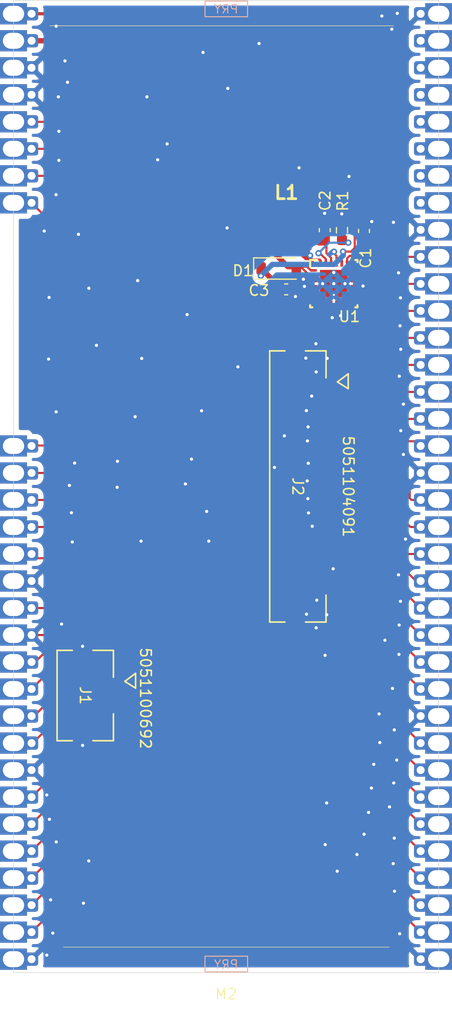
<source format=kicad_pcb>
(kicad_pcb (version 20241229) (generator "pcbnew") (generator_version "9.0")
  (layers (0 "F.Cu" signal) (4 "In1.Cu" signal) (6 "In2.Cu" signal) (2 "B.Cu" signal) (13 "F.Paste" user) (15 "B.Paste" user) (5 "F.SilkS" user "F.Silkscreen") (7 "B.SilkS" user "B.Silkscreen") (1 "F.Mask" user) (3 "B.Mask" user) (25 "Edge.Cuts" user))
  (net 0 "")
  (net 1 "CPT_SCL")
  (net 2 "GND")
  (net 3 "CPT_SDA")
  (net 4 "CPT_WAKE")
  (net 5 "CTP_GND")
  (net 6 "CPT_VDD")
  (net 7 "CTP_INT")
  (net 8 "GREEN3")
  (net 9 "RESIST_YD")
  (net 10 "BLUE0")
  (net 11 "GREEN7")
  (net 12 "BLUE6")
  (net 13 "GREEN5")
  (net 14 "RED4")
  (net 15 "BLUE7")
  (net 16 "PIN35")
  (net 17 "GREEN0")
  (net 18 "GREEN1")
  (net 19 "RED6")
  (net 20 "RED0")
  (net 21 "LEDA")
  (net 22 "LCD_3V3")
  (net 23 "RED7")
  (net 24 "BLUE3")
  (net 25 "RESIST_XR")
  (net 26 "GREEN6")
  (net 27 "LEDK")
  (net 28 "BLUE5")
  (net 29 "RED3")
  (net 30 "DATA_ENABLE")
  (net 31 "DISP_ON_OFF")
  (net 32 "RED2")
  (net 33 "RED5")
  (net 34 "RESIST_YU")
  (net 35 "BLUE4")
  (net 36 "GREEN2")
  (net 37 "VSYNC")
  (net 38 "BLUE2")
  (net 39 "RED1")
  (net 40 "GREEN4")
  (net 41 "HSYNC")
  (net 42 "DCLK")
  (net 43 "RESIST_XL")
  (net 44 "BLUE1")
  (net 45 "/VLDO")
  (net 47 "BL_3V3")
  (net 48 "BL_SCL")
  (net 49 "/SW")
  (net 50 "/ISET")
  (net 54 "BL_SDA")
  (net 55 "VBAT")
  (net 57 "BL_PWM")
  (footprint "MegaCastle:MegaCastle2x36-Module-I40.0x86.6-MFFFFFFFFFFFFFF-SPAREPAD" (layer "F.Cu") (at 108.4 95.89)
    (property "Reference" "M2")
    (property "Value" "~")
    (fp_line (start -20 -45.720001) (end -20 45.720001) (stroke (width 0.05)) (layer "Edge.Cuts"))
    (fp_line (start -20 -45.720001) (end 20 -45.720001) (stroke (width 0.05)) (layer "Edge.Cuts"))
    (fp_line (start -20 45.720001) (end 20 45.720001) (stroke (width 0.05)) (layer "Edge.Cuts"))
    (fp_line (start 20 -45.720001) (end 20 45.720001) (stroke (width 0.05)) (layer "Edge.Cuts"))
  )
  (footprint "Diode_SMD:D_SOD-123" (layer "F.Cu") (at 113.349998 75.395001)
    (property "Reference" "D1")
    (property "Value" "STPS340U" (hide yes))
  )
  (footprint "Resistor_SMD:R_0603_1608Metric_Pad0.98x0.95mm_HandSolder" (layer "F.Cu") (at 119.299998 71.795001 -90)
    (property "Reference" "R1")
    (property "Value" "30K" (hide yes))
  )
  (footprint "Capacitor_SMD:C_0603_1608Metric_Pad1.08x0.95mm_HandSolder" (layer "F.Cu") (at 117.679998 71.785001 -90)
    (property "Reference" "C2")
    (property "Value" "2.2uF" (hide yes))
  )
  (footprint "lcd-panel:SDR0403" (layer "F.Cu") (at 113.889998 71.385001 -90)
    (property "Reference" "L1")
    (property "Value" "SDR0403-4R7ML" (hide yes))
  )
  (footprint "lcd-panel:RTW0024A" (layer "F.Cu") (at 118.529997 76.820001)
    (property "Reference" "U1")
    (property "Value" "LP8556SQ-E09/NOPB" (hide yes))
  )
  (footprint "lcd-panel:CON_5051104091_MOL" (layer "F.Cu") (at 115.15 95.89 -90)
    (property "Reference" "J2")
    (property "Value" "5051104091" (hide yes))
  )
  (footprint "Capacitor_SMD:C_0603_1608Metric_Pad1.08x0.95mm_HandSolder" (layer "F.Cu") (at 114.049998 77.355001)
    (property "Reference" "C3")
    (property "Value" "4.7uF" (hide yes))
  )
  (footprint "lcd-panel:CON_5051100692_MOL" (layer "F.Cu") (at 95.149999 115.549998 -90)
    (property "Reference" "J1")
    (property "Value" "5051100692" (hide yes))
  )
  (footprint "Capacitor_SMD:C_0603_1608Metric_Pad1.08x0.95mm_HandSolder" (layer "F.Cu") (at 121.37 71.86 -90)
    (property "Reference" "C1")
    (property "Value" "10uF" (hide yes))
  )
  (segment (start 91.85 123.35) (end 90.1 125.1) (width 0.2) (layer "F.Cu") (net 1))
  (segment (start 95.090002 114.299998) (end 91.85 117.54) (width 0.2) (layer "F.Cu") (net 1))
  (segment (start 91.85 117.54) (end 91.85 123.35) (width 0.2) (layer "F.Cu") (net 1))
  (segment (start 97.599999 114.299998) (end 95.090002 114.299998) (width 0.2) (layer "F.Cu") (net 1))
  (segment (start 116.900001 107.939981) (end 117.859981 107.939981) (width 0.2) (layer "F.Cu") (net 2))
  (segment (start 116.900001 83.840019) (end 116.900001 82.520001) (width 0.2) (layer "F.Cu") (net 2))
  (segment (start 92.02 109.86) (end 92.92 108.96) (width 0.2) (layer "F.Cu") (net 2))
  (segment (start 116.900001 107.939981) (end 116.900001 106.609999) (width 0.2) (layer "F.Cu") (net 2))
  (segment (start 116.299998 74.335001) (end 116.519998 74.555001) (width 0.2) (layer "F.Cu") (net 2))
  (segment (start 118.38 80.02) (end 118.38 79.749998) (width 0.2) (layer "F.Cu") (net 2))
  (segment (start 117.61 103.63) (end 117.6 103.64) (width 0.2) (layer "F.Cu") (net 2))
  (segment (start 117.909981 83.840019) (end 117.91 83.84) (width 0.2) (layer "F.Cu") (net 2))
  (segment (start 114.912498 78.017501) (end 114.919998 78.025001) (width 0.2) (layer "F.Cu") (net 2))
  (segment (start 116.299998 74.175001) (end 116.299998 74.335001) (width 0.2) (layer "F.Cu") (net 2))
  (segment (start 116.900001 107.939981) (end 115.999981 107.939981) (width 0.2) (layer "F.Cu") (net 2))
  (segment (start 117.689998 70.535001) (end 117.689998 70.912501) (width 0.2) (layer "F.Cu") (net 2))
  (segment (start 122.1 70.98) (end 121.5175 70.98) (width 0.2) (layer "F.Cu") (net 2))
  (segment (start 119.280001 79.709999) (end 119.16 79.83) (width 0.2) (layer "F.Cu") (net 2))
  (segment (start 118.47 103.63) (end 117.61 103.63) (width 0.2) (layer "F.Cu") (net 2))
  (segment (start 115.769998 77.075001) (end 116.229998 77.075001) (width 0.2) (layer "F.Cu") (net 2))
  (segment (start 116.7 87.14) (end 116.45 87.39) (width 0.2) (layer "F.Cu") (net 2))
  (segment (start 116.104998 76.570001) (end 116.630001 76.570001) (width 0.2) (layer "F.Cu") (net 2))
  (segment (start 117.669998 70.205001) (end 117.669998 70.515001) (width 0.2) (layer "F.Cu") (net 2))
  (segment (start 117.689998 70.912501) (end 117.679998 70.922501) (width 0.2) (layer "F.Cu") (net 2))
  (segment (start 117.199998 74.555001) (end 117.28 74.635003) (width 0.2) (layer "F.Cu") (net 2))
  (segment (start 116.900001 85.089999) (end 116.87 85.12) (width 0.2) (layer "F.Cu") (net 2))
  (segment (start 119.280001 78.72) (end 119.280001 79.709999) (width 0.2) (layer "F.Cu") (net 2))
  (segment (start 116.5 99.99) (end 116.649999 100.139999) (width 0.2) (layer "F.Cu") (net 2))
  (segment (start 115.999981 107.939981) (end 115.96 107.9) (width 0.2) (layer "F.Cu") (net 2))
  (segment (start 90.1 109.86) (end 92.02 109.86) (width 0.2) (layer "F.Cu") (net 2))
  (segment (start 119.309998 70.415001) (end 119.309998 70.872501) (width 0.2) (layer "F.Cu") (net 2))
  (segment (start 117.859981 107.939981) (end 117.87 107.95) (width 0.2) (layer "F.Cu") (net 2))
  (segment (start 118.779999 79.349999) (end 118.779999 78.72) (width 0.2) (layer "F.Cu") (net 2))
  (segment (start 119.279998 70.255001) (end 119.279998 70.385001) (width 0.2) (layer "F.Cu") (net 2))
  (segment (start 119.279998 70.385001) (end 119.309998 70.415001) (width 0.2) (layer "F.Cu") (net 2))
  (segment (start 120.429998 77.070001) (end 121.249999 77.070001) (width 0.2) (layer "F.Cu") (net 2))
  (segment (start 116.519998 74.555001) (end 117.199998 74.555001) (width 0.2) (layer "F.Cu") (net 2))
  (segment (start 118.38 79.749998) (end 118.779999 79.349999) (width 0.2) (layer "F.Cu") (net 2))
  (segment (start 116.5 99.63) (end 116.5 99.99) (width 0.2) (layer "F.Cu") (net 2))
  (segment (start 116.234998 77.070001) (end 116.630001 77.070001) (width 0.2) (layer "F.Cu") (net 2))
  (segment (start 116.900001 107.939981) (end 116.900001 109.149999) (width 0.2) (layer "F.Cu") (net 2))
  (segment (start 115.939998 76.405001) (end 116.104998 76.570001) (width 0.2) (layer "F.Cu") (net 2))
  (segment (start 115.669998 76.405001) (end 115.939998 76.405001) (width 0.2) (layer "F.Cu") (net 2))
  (segment (start 118.549998 73.964999) (end 118.779999 74.195) (width 0.2) (layer "F.Cu") (net 2))
  (segment (start 94.9 119.099996) (end 94.9 120.24) (width 0.2) (layer "F.Cu") (net 2))
  (segment (start 117.28 74.635003) (end 117.28 74.920002) (width 0.2) (layer "F.Cu") (net 2))
  (segment (start 116.900001 82.520001) (end 116.85 82.47) (width 0.2) (layer "F.Cu") (net 2))
  (segment (start 116.900001 83.840019) (end 115.920019 83.840019) (width 0.2) (layer "F.Cu") (net 2))
  (segment (start 116.229998 77.075001) (end 116.234998 77.070001) (width 0.2) (layer "F.Cu") (net 2))
  (segment (start 116.900001 109.149999) (end 116.87 109.18) (width 0.2) (layer "F.Cu") (net 2))
  (segment (start 118.779999 74.195) (end 118.779999 74.920002) (width 0.2) (layer "F.Cu") (net 2))
  (segment (start 121.249999 77.070001) (end 121.28 77.04) (width 0.2) (layer "F.Cu") (net 2))
  (segment (start 94.9 112) (end 94.9 110.92) (width 0.2) (layer "F.Cu") (net 2))
  (segment (start 121.5175 70.98) (end 121.5 70.9975) (width 0.2) (layer "F.Cu") (net 2))
  (segment (start 92.92 108.96) (end 92.92 108.83) (width 0.2) (layer "F.Cu") (net 2))
  (segment (start 116.900001 83.840019) (end 117.909981 83.840019) (width 0.2) (layer "F.Cu") (net 2))
  (segment (start 121.5 70.9975) (end 121.37 70.9975) (width 0.2) (layer "F.Cu") (net 2))
  (segment (start 117.669998 70.515001) (end 117.689998 70.535001) (width 0.2) (layer "F.Cu") (net 2))
  (segment (start 118.549998 73.815001) (end 118.549998 73.964999) (width 0.2) (layer "F.Cu") (net 2))
  (segment (start 119.309998 70.872501) (end 119.299998 70.882501) (width 0.2) (layer "F.Cu") (net 2))
  (segment (start 117.6 87.14) (end 116.7 87.14) (width 0.2) (layer "F.Cu") (net 2))
  (segment (start 116.900001 83.840019) (end 116.900001 85.089999) (width 0.2) (layer "F.Cu") (net 2))
  (segment (start 116.649999 100.139999) (end 117.6 100.139999) (width 0.2) (layer "F.Cu") (net 2))
  (segment (start 115.920019 83.840019) (end 115.9 83.82) (width 0.2) (layer "F.Cu") (net 2))
  (segment (start 116.900001 106.609999) (end 116.93 106.58) (width 0.2) (layer "F.Cu") (net 2))
  (segment (start 114.912498 77.355001) (end 114.912498 78.017501) (width 0.2) (layer "F.Cu") (net 2))
  (via (at 101.96 65.17) (size 0.6) (drill 0.3) (layers "F.Cu" "B.Cu") (net 2))
  (via (at 124.22 128.96) (size 0.6) (drill 0.3) (layers "F.Cu" "B.Cu") (net 2))
  (via (at 92.4 68.45) (size 0.6) (drill 0.3) (layers "F.Cu" "B.Cu") (net 2))
  (via (at 94.9 110.92) (size 0.6) (drill 0.3) (layers "F.Cu" "B.Cu") (net 2))
  (via (at 95.49 77.25) (size 0.6) (drill 0.3) (layers "F.Cu" "B.Cu") (net 2))
  (via (at 116.93 106.58) (size 0.6) (drill 0.3) (layers "F.Cu" "B.Cu") (net 2))
  (via (at 124.76 80.78) (size 0.6) (drill 0.3) (layers "F.Cu" "B.Cu") (net 2))
  (via (at 124.62 104.2) (size 0.6) (drill 0.3) (layers "F.Cu" "B.Cu") (net 2))
  (via (at 93.24 55.87) (size 0.6) (drill 0.3) (layers "F.Cu" "B.Cu") (net 2))
  (via (at 94.15 93.69) (size 0.6) (drill 0.3) (layers "F.Cu" "B.Cu") (net 2))
  (via (at 106.23 55.07) (size 0.6) (drill 0.3) (layers "F.Cu" "B.Cu") (net 2))
  (via (at 93.93 101.11) (size 0.6) (drill 0.3) (layers "F.Cu" "B.Cu") (net 2))
  (via (at 124.8 106.69) (size 0.6) (drill 0.3) (layers "F.Cu" "B.Cu") (net 2))
  (via (at 92.67 62.49) (size 0.6) (drill 0.3) (layers "F.Cu" "B.Cu") (net 2))
  (via (at 117.86 125.65) (size 0.6) (drill 0.3) (layers "F.Cu" "B.Cu") (net 2))
  (via (at 105.14 93.32) (size 0.6) (drill 0.3) (layers "F.Cu" "B.Cu") (net 2))
  (via (at 117.72 129.57) (size 0.6) (drill 0.3) (layers "F.Cu" "B.Cu") (net 2))
  (via (at 92.67 65.22) (size 0.6) (drill 0.3) (layers "F.Cu" "B.Cu") (net 2))
  (via (at 93.66 95.79) (size 0.6) (drill 0.3) (layers "F.Cu" "B.Cu") (net 2))
  (via (at 117.71 111.77) (size 0.6) (drill 0.3) (layers "F.Cu" "B.Cu") (net 2))
  (via (at 114.919998 78.025001) (size 0.6) (drill 0.3) (layers "F.Cu" "B.Cu") (net 2))
  (via (at 124.83 90.64) (size 0.6) (drill 0.3) (layers "F.Cu" "B.Cu") (net 2))
  (via (at 116.45 87.39) (size 0.6) (drill 0.3) (layers "F.Cu" "B.Cu") (net 2))
  (via (at 98.18 93.52) (size 0.6) (drill 0.3) (layers "F.Cu" "B.Cu") (net 2))
  (via (at 111.5 54.24) (size 0.6) (drill 0.3) (layers "F.Cu" "B.Cu") (net 2))
  (via (at 108.56 58.46) (size 0.6) (drill 0.3) (layers "F.Cu" "B.Cu") (net 2))
  (via (at 115.769998 77.075001) (size 0.6) (drill 0.3) (layers "F.Cu" "B.Cu") (net 2))
  (via (at 124.05 114.88) (size 0.6) (drill 0.3) (layers "F.Cu" "B.Cu") (net 2))
  (via (at 108.49 71.58) (size 0.6) (drill 0.3) (layers "F.Cu" "B.Cu") (net 2))
  (via (at 124.45 121.62) (size 0.6) (drill 0.3) (layers "F.Cu" "B.Cu") (net 2))
  (via (at 124.62 75.8) (size 0.6) (drill 0.3) (layers "F.Cu" "B.Cu") (net 2))
  (via (at 115.96 107.9) (size 0.6) (drill 0.3) (layers "F.Cu" "B.Cu") (net 2))
  (via (at 104.73 79.73) (size 0.6) (drill 0.3) (layers "F.Cu" "B.Cu") (net 2))
  (via (at 123.05 51.65) (size 0.6) (drill 0.3) (layers "F.Cu" "B.Cu") (net 2))
  (via (at 123.34 110.35) (size 0.6) (drill 0.3) (layers "F.Cu" "B.Cu") (net 2))
  (via (at 124.24 133.95) (size 0.6) (drill 0.3) (layers "F.Cu" "B.Cu") (net 2))
  (via (at 117.669998 70.205001) (size 0.6) (drill 0.3) (layers "F.Cu" "B.Cu") (net 2))
  (via (at 100.46 83.85) (size 0.6) (drill 0.3) (layers "F.Cu" "B.Cu") (net 2))
  (via (at 92.62 59.25) (size 0.6) (drill 0.3) (layers "F.Cu" "B.Cu") (net 2))
  (via (at 124.73 137.95) (size 0.6) (drill 0.3) (layers "F.Cu" "B.Cu") (net 2))
  (via (at 94.98 135.08) (size 0.6) (drill 0.3) (layers "F.Cu" "B.Cu") (net 2))
  (via (at 98.15 95.97) (size 0.6) (drill 0.3) (layers "F.Cu" "B.Cu") (net 2))
  (via (at 121.8 126.54) (size 0.6) (drill 0.3) (layers "F.Cu" "B.Cu") (net 2))
  (via (at 92.41 52.61) (size 0.6) (drill 0.3) (layers "F.Cu" "B.Cu") (net 2))
  (via (at 91.75 78.12) (size 0.6) (drill 0.3) (layers "F.Cu" "B.Cu") (net 2))
  (via (at 118.549998 73.815001) (size 0.6) (drill 0.3) (layers "F.Cu" "B.Cu") (net 2))
  (via (at 115.9 83.82) (size 0.6) (drill 0.3) (layers "F.Cu" "B.Cu") (net 2))
  (via (at 91.89 134.76) (size 0.6) (drill 0.3) (layers "F.Cu" "B.Cu") (net 2))
  (via (at 92.1 137.89) (size 0.6) (drill 0.3) (layers "F.Cu" "B.Cu") (net 2))
  (via (at 91.78 127.19) (size 0.6) (drill 0.3) (layers "F.Cu" "B.Cu") (net 2))
  (via (at 91.7 83.91) (size 0.6) (drill 0.3) (layers "F.Cu" "B.Cu") (net 2))
  (via (at 124.66 111.68) (size 0.6) (drill 0.3) (layers "F.Cu" "B.Cu") (net 2))
  (via (at 125.08 88.15) (size 0.6) (drill 0.3) (layers "F.Cu" "B.Cu") (net 2))
  (via (at 106.77 101.03) (size 0.6) (drill 0.3) (layers "F.Cu" "B.Cu") (net 2))
  (via (at 123.99 52.89) (size 0.6) (drill 0.3) (layers "F.Cu" "B.Cu") (net 2))
  (via (at 125.28 100.84) (size 0.6) (drill 0.3) (layers "F.Cu" "B.Cu") (net 2))
  (via (at 116.05 91.61) (size 0.6) (drill 0.3) (layers "F.Cu" "B.Cu") (net 2))
  (via (at 124.22 118.78) (size 0.6) (drill 0.3) (layers "F.Cu" "B.Cu") (net 2))
  (via (at 92.92 108.83) (size 0.6) (drill 0.3) (layers "F.Cu" "B.Cu") (net 2))
  (via (at 117.91 83.84) (size 0.6) (drill 0.3) (layers "F.Cu" "B.Cu") (net 2))
  (via (at 118.47 103.63) (size 0.6) (drill 0.3) (layers "F.Cu" "B.Cu") (net 2))
  (via (at 122.07 124.25) (size 0.6) (drill 0.3) (layers "F.Cu" "B.Cu") (net 2))
  (via (at 92.42 129.32) (size 0.6) (drill 0.3) (layers "F.Cu" "B.Cu") (net 2))
  (via (at 106.57 98.24) (size 0.6) (drill 0.3) (layers "F.Cu" "B.Cu") (net 2))
  (via (at 121.38 128.59) (size 0.6) (drill 0.3) (layers "F.Cu" "B.Cu") (net 2))
  (via (at 124.68 108.92) (size 0.6) (drill 0.3) (layers "F.Cu" "B.Cu") (net 2))
  (via (at 124.12 131.36) (size 0.6) (drill 0.3) (layers "F.Cu" "B.Cu") (net 2))
  (via (at 91.29 71.87) (size 0.6) (drill 0.3) (layers "F.Cu" "B.Cu") (net 2))
  (via (at 118.38 80.02) (size 0.6) (drill 0.3) (layers "F.Cu" "B.Cu") (net 2))
  (via (at 124.14 71.05) (size 0.6) (drill 0.3) (layers "F.Cu" "B.Cu") (net 2))
  (via (at 121.28 77.04) (size 0.6) (drill 0.3) (layers "F.Cu" "B.Cu") (net 2))
  (via (at 118.85 132.07) (size 0.6) (drill 0.3) (layers "F.Cu" "B.Cu") (net 2))
  (via (at 119.16 79.83) (size 0.6) (drill 0.3) (layers "F.Cu" "B.Cu") (net 2))
  (via (at 124.69 85.52) (size 0.6) (drill 0.3) (layers "F.Cu" "B.Cu") (net 2))
  (via (at 119.279998 70.255001) (size 0.6) (drill 0.3) (layers "F.Cu" "B.Cu") (net 2))
  (via (at 104.57 95.65) (size 0.6) (drill 0.3) (layers "F.Cu" "B.Cu") (net 2))
  (via (at 116.15 98.38) (size 0.6) (drill 0.3) (layers "F.Cu" "B.Cu") (net 2))
  (via (at 92.41 88.87) (size 0.6) (drill 0.3) (layers "F.Cu" "B.Cu") (net 2))
  (via (at 116.5 99.63) (size 0.6) (drill 0.3) (layers "F.Cu" "B.Cu") (net 2))
  (via (at 116.11 90.29) (size 0.6) (drill 0.3) (layers "F.Cu" "B.Cu") (net 2))
  (via (at 122.29 122.02) (size 0.6) (drill 0.3) (layers "F.Cu" "B.Cu") (net 2))
  (via (at 124.83 82.99) (size 0.6) (drill 0.3) (layers "F.Cu" "B.Cu") (net 2))
  (via (at 100.08 76.53) (size 0.6) (drill 0.3) (layers "F.Cu" "B.Cu") (net 2))
  (via (at 117.87 107.95) (size 0.6) (drill 0.3) (layers "F.Cu" "B.Cu") (net 2))
  (via (at 113.88 91.13) (size 0.6) (drill 0.3) (layers "F.Cu" "B.Cu") (net 2))
  (via (at 116.299998 74.175001) (size 0.6) (drill 0.3) (layers "F.Cu" "B.Cu") (net 2))
  (via (at 119.96 66.74) (size 0.6) (drill 0.3) (layers "F.Cu" "B.Cu") (net 2))
  (via (at 91.53 139.96) (size 0.6) (drill 0.3) (layers "F.Cu" "B.Cu") (net 2))
  (via (at 115.669998 76.405001) (size 0.6) (drill 0.3) (layers "F.Cu" "B.Cu") (net 2))
  (via (at 100.95 59.25) (size 0.6) (drill 0.3) (layers "F.Cu" "B.Cu") (net 2))
  (via (at 94.51 72.18) (size 0.6) (drill 0.3) (layers "F.Cu" "B.Cu") (net 2))
  (via (at 124.5 51.4) (size 0.6) (drill 0.3) (layers "F.Cu" "B.Cu") (net 2))
  (via (at 109.51 84.64) (size 0.6) (drill 0.3) (layers "F.Cu" "B.Cu") (net 2))
  (via (at 106.09 88.77) (size 0.6) (drill 0.3) (layers "F.Cu" "B.Cu") (net 2))
  (via (at 115.95 88.76) (size 0.6) (drill 0.3) (layers "F.Cu" "B.Cu") (net 2))
  (via (at 116.87 85.12) (size 0.6) (drill 0.3) (layers "F.Cu" "B.Cu") (net 2))
  (via (at 93.85 98.36) (size 0.6) (drill 0.3) (layers "F.Cu" "B.Cu") (net 2))
  (via (at 96.2 82.62) (size 0.6) (drill 0.3) (layers "F.Cu" "B.Cu") (net 2))
  (via (at 115.26 65.93) (size 0.6) (drill 0.3) (layers "F.Cu" "B.Cu") (net 2))
  (via (at 99.84 89.33) (size 0.6) (drill 0.3) (layers "F.Cu" "B.Cu") (net 2))
  (via (at 123.77 126.02) (size 0.6) (drill 0.3) (layers "F.Cu" "B.Cu") (net 2))
  (via (at 122.79 117.28) (size 0.6) (drill 0.3) (layers "F.Cu" "B.Cu") (net 2))
  (via (at 120.71 130.5) (size 0.6) (drill 0.3) (layers "F.Cu" "B.Cu") (net 2))
  (via (at 102.85 63.68) (size 0.6) (drill 0.3) (layers "F.Cu" "B.Cu") (net 2))
  (via (at 122.1 70.98) (size 0.6) (drill 0.3) (layers "F.Cu" "B.Cu") (net 2))
  (via (at 124.8 78.15) (size 0.6) (drill 0.3) (layers "F.Cu" "B.Cu") (net 2))
  (via (at 116.85 82.47) (size 0.6) (drill 0.3) (layers "F.Cu" "B.Cu") (net 2))
  (via (at 116.09 97.04) (size 0.6) (drill 0.3) (layers "F.Cu" "B.Cu") (net 2))
  (via (at 94.9 120.24) (size 0.6) (drill 0.3) (layers "F.Cu" "B.Cu") (net 2))
  (via (at 122.86 119.97) (size 0.6) (drill 0.3) (layers "F.Cu" "B.Cu") (net 2))
  (via (at 112.95 94.1) (size 0.6) (drill 0.3) (layers "F.Cu" "B.Cu") (net 2))
  (via (at 91.53 124.9) (size 0.6) (drill 0.3) (layers "F.Cu" "B.Cu") (net 2))
  (via (at 95.48 131.1) (size 0.6) (drill 0.3) (layers "F.Cu" "B.Cu") (net 2))
  (via (at 116.13 93.71) (size 0.6) (drill 0.3) (layers "F.Cu" "B.Cu") (net 2))
  (via (at 100.4 101.03) (size 0.6) (drill 0.3) (layers "F.Cu" "B.Cu") (net 2))
  (via (at 125.08 92.88) (size 0.6) (drill 0.3) (layers "F.Cu" "B.Cu") (net 2))
  (via (at 93.48 57.88) (size 0.6) (drill 0.3) (layers "F.Cu" "B.Cu") (net 2))
  (via (at 116.03 95.37) (size 0.6) (drill 0.3) (layers "F.Cu" "B.Cu") (net 2))
  (via (at 124.17 123.77) (size 0.6) (drill 0.3) (layers "F.Cu" "B.Cu") (net 2))
  (via (at 116.87 109.18) (size 0.6) (drill 0.3) (layers "F.Cu" "B.Cu") (net 2))
  (segment (start 92.25 118.06) (end 92.25 125.49) (width 0.2) (layer "F.Cu") (net 3))
  (segment (start 97.599999 114.799997) (end 95.510003 114.799997) (width 0.2) (layer "F.Cu") (net 3))
  (segment (start 92.25 125.49) (end 90.1 127.64) (width 0.2) (layer "F.Cu") (net 3))
  (segment (start 95.510003 114.799997) (end 92.25 118.06) (width 0.2) (layer "F.Cu") (net 3))
  (segment (start 97.599999 115.799998) (end 95.970002 115.799998) (width 0.2) (layer "F.Cu") (net 4))
  (segment (start 93.56 129.26) (end 90.1 132.72) (width 0.2) (layer "F.Cu") (net 4))
  (segment (start 95.970002 115.799998) (end 93.56 118.21) (width 0.2) (layer "F.Cu") (net 4))
  (segment (start 93.56 118.21) (end 93.56 129.26) (width 0.2) (layer "F.Cu") (net 4))
  (segment (start 96.69 131.21) (end 90.1 137.8) (width 0.2) (layer "F.Cu") (net 5))
  (segment (start 97.120002 116.799998) (end 96.74 117.18) (width 0.2) (layer "F.Cu") (net 5))
  (segment (start 97.599999 116.799998) (end 97.120002 116.799998) (width 0.2) (layer "F.Cu") (net 5))
  (segment (start 96.69 119.43) (end 96.69 131.21) (width 0.2) (layer "F.Cu") (net 5))
  (segment (start 96.74 119.38) (end 96.69 119.43) (width 0.2) (layer "F.Cu") (net 5))
  (segment (start 96.74 117.18) (end 96.74 119.38) (width 0.2) (layer "F.Cu") (net 5))
  (segment (start 92.94 118.15) (end 92.94 127.34) (width 0.2) (layer "F.Cu") (net 6))
  (segment (start 97.599999 115.299998) (end 95.790002 115.299998) (width 0.2) (layer "F.Cu") (net 6))
  (segment (start 95.790002 115.299998) (end 92.94 118.15) (width 0.2) (layer "F.Cu") (net 6))
  (segment (start 92.94 127.34) (end 90.1 130.18) (width 0.2) (layer "F.Cu") (net 6))
  (segment (start 97.599999 116.299999) (end 96.900001 116.299999) (width 0.2) (layer "F.Cu") (net 7))
  (segment (start 96.11 117.09) (end 96.11 129.25) (width 0.2) (layer "F.Cu") (net 7))
  (segment (start 96.11 129.25) (end 90.1 135.26) (width 0.2) (layer "F.Cu") (net 7))
  (segment (start 96.900001 116.299999) (end 96.11 117.09) (width 0.2) (layer "F.Cu") (net 7))
  (segment (start 121.549999 93.639999) (end 124.18 96.27) (width 0.2) (layer "F.Cu") (net 8))
  (segment (start 117.6 93.639999) (end 121.549999 93.639999) (width 0.2) (layer "F.Cu") (net 8))
  (segment (start 124.18 96.27) (end 124.18 102.7) (width 0.2) (layer "F.Cu") (net 8))
  (segment (start 124.18 102.7) (end 126.26 104.78) (width 0.2) (layer "F.Cu") (net 8))
  (segment (start 126.26 104.78) (end 126.7 104.78) (width 0.2) (layer "F.Cu") (net 8))
  (segment (start 117.6 104.64) (end 99.89 104.64) (width 0.2) (layer "F.Cu") (net 9))
  (segment (start 91.65 112.88) (end 91.65 113.39) (width 0.2) (layer "F.Cu") (net 9))
  (segment (start 91.65 113.39) (end 90.1 114.94) (width 0.2) (layer "F.Cu") (net 9))
  (segment (start 99.89 104.64) (end 91.65 112.88) (width 0.2) (layer "F.Cu") (net 9))
  (segment (start 117.6 96.14) (end 120.5 96.14) (width 0.2) (layer "F.Cu") (net 10))
  (segment (start 120.5 96.14) (end 121.9 97.54) (width 0.2) (layer "F.Cu") (net 10))
  (segment (start 121.9 115.22) (end 126.7 120.02) (width 0.2) (layer "F.Cu") (net 10))
  (segment (start 121.9 97.54) (end 121.9 115.22) (width 0.2) (layer "F.Cu") (net 10))
  (segment (start 122.38 97.41) (end 122.38 110.62) (width 0.2) (layer "F.Cu") (net 11))
  (segment (start 117.6 95.639998) (end 120.609998 95.639998) (width 0.2) (layer "F.Cu") (net 11))
  (segment (start 122.38 110.62) (end 126.7 114.94) (width 0.2) (layer "F.Cu") (net 11))
  (segment (start 120.609998 95.639998) (end 122.38 97.41) (width 0.2) (layer "F.Cu") (net 11))
  (segment (start 119.5 99.59) (end 119.5 128.06) (width 0.2) (layer "F.Cu") (net 12))
  (segment (start 119.5 128.06) (end 126.7 135.26) (width 0.2) (layer "F.Cu") (net 12))
  (segment (start 119.049999 99.139999) (end 119.5 99.59) (width 0.2) (layer "F.Cu") (net 12))
  (segment (start 117.6 99.139999) (end 119.049999 99.139999) (width 0.2) (layer "F.Cu") (net 12))
  (segment (start 117.6 94.64) (end 121.04 94.64) (width 0.2) (layer "F.Cu") (net 13))
  (segment (start 121.04 94.64) (end 123.26 96.86) (width 0.2) (layer "F.Cu") (net 13))
  (segment (start 123.26 96.86) (end 123.26 106.42) (width 0.2) (layer "F.Cu") (net 13))
  (segment (start 123.26 106.42) (end 126.7 109.86) (width 0.2) (layer "F.Cu") (net 13))
  (segment (start 123.26 85.46) (end 124.26 84.46) (width 0.2) (layer "F.Cu") (net 14))
  (segment (start 117.6 90.139999) (end 121.260001 90.139999) (width 0.2) (layer "F.Cu") (net 14))
  (segment (start 123.26 88.14) (end 123.26 85.46) (width 0.2) (layer "F.Cu") (net 14))
  (segment (start 121.260001 90.139999) (end 123.26 88.14) (width 0.2) (layer "F.Cu") (net 14))
  (segment (start 124.26 84.46) (end 126.7 84.46) (width 0.2) (layer "F.Cu") (net 14))
  (segment (start 119.1 130.2) (end 126.7 137.8) (width 0.2) (layer "F.Cu") (net 15))
  (segment (start 117.6 99.64) (end 118.61 99.64) (width 0.2) (layer "F.Cu") (net 15))
  (segment (start 119.1 100.13) (end 119.1 130.2) (width 0.2) (layer "F.Cu") (net 15))
  (segment (start 118.61 99.64) (end 119.1 100.13) (width 0.2) (layer "F.Cu") (net 15))
  (segment (start 93.68 107.32) (end 90.1 107.32) (width 0.2) (layer "F.Cu") (net 16))
  (segment (start 117.6 103.139998) (end 97.860002 103.139998) (width 0.2) (layer "F.Cu") (net 16))
  (segment (start 97.860002 103.139998) (end 93.68 107.32) (width 0.2) (layer "F.Cu") (net 16))
  (segment (start 117.6 92.14) (end 122.47 92.14) (width 0.2) (layer "F.Cu") (net 17))
  (segment (start 125.67 96.99) (end 125.84 97.16) (width 0.2) (layer "F.Cu") (net 17))
  (segment (start 122.47 92.14) (end 125.67 95.34) (width 0.2) (layer "F.Cu") (net 17))
  (segment (start 125.67 95.34) (end 125.67 96.99) (width 0.2) (layer "F.Cu") (net 17))
  (segment (start 125.84 97.16) (end 126.7 97.16) (width 0.2) (layer "F.Cu") (net 17))
  (segment (start 125.11 99.07) (end 125.74 99.7) (width 0.2) (layer "F.Cu") (net 18))
  (segment (start 121.919999 92.639999) (end 125.11 95.83) (width 0.2) (layer "F.Cu") (net 18))
  (segment (start 125.11 95.83) (end 125.11 99.07) (width 0.2) (layer "F.Cu") (net 18))
  (segment (start 117.6 92.639999) (end 121.919999 92.639999) (width 0.2) (layer "F.Cu") (net 18))
  (segment (start 125.74 99.7) (end 126.7 99.7) (width 0.2) (layer "F.Cu") (net 18))
  (segment (start 121.740001 91.139999) (end 123.34 89.54) (width 0.2) (layer "F.Cu") (net 19))
  (segment (start 117.6 91.139999) (end 121.740001 91.139999) (width 0.2) (layer "F.Cu") (net 19))
  (segment (start 123.34 89.54) (end 126.7 89.54) (width 0.2) (layer "F.Cu") (net 19))
  (segment (start 120.56 88.14) (end 121.29 87.41) (width 0.2) (layer "F.Cu") (net 20))
  (segment (start 117.6 88.14) (end 120.56 88.14) (width 0.2) (layer "F.Cu") (net 20))
  (segment (start 123.03 79.75) (end 123.03 76.4) (width 0.2) (layer "F.Cu") (net 20))
  (segment (start 121.29 87.41) (end 121.29 81.49) (width 0.2) (layer "F.Cu") (net 20))
  (segment (start 121.29 81.49) (end 123.03 79.75) (width 0.2) (layer "F.Cu") (net 20))
  (segment (start 123.03 76.4) (end 125.13 74.3) (width 0.2) (layer "F.Cu") (net 20))
  (segment (start 125.13 74.3) (end 126.7 74.3) (width 0.2) (layer "F.Cu") (net 20))
  (segment (start 122 78.12) (end 121.99 78.11) (width 0.2) (layer "F.Cu") (net 21))
  (segment (start 113.187498 76.882501) (end 113.187498 77.355001) (width 0.5) (layer "F.Cu") (net 21))
  (segment (start 111.669998 75.425001) (end 111.699998 75.395001) (width 0.2) (layer "F.Cu") (net 21))
  (segment (start 119.399998 74.175001) (end 119.280001 74.294998) (width 0.2) (layer "F.Cu") (net 21))
  (segment (start 117.6 86.639998) (end 118.590002 86.639998) (width 0.2) (layer "F.Cu") (net 21))
  (segment (start 120.5 70.03) (end 120.5 73.46) (width 0.2) (layer "F.Cu") (net 21))
  (segment (start 122.71 70.46) (end 122.09 69.84) (width 0.2) (layer "F.Cu") (net 21))
  (segment (start 122 79.11) (end 122 78.12) (width 0.2) (layer "F.Cu") (net 21))
  (segment (start 121.99 78.11) (end 121.99 75.43) (width 0.2) (layer "F.Cu") (net 21))
  (segment (start 120.69 69.84) (end 120.5 70.03) (width 0.2) (layer "F.Cu") (net 21))
  (segment (start 122.09 69.84) (end 120.69 69.84) (width 0.2) (layer "F.Cu") (net 21))
  (segment (start 118.590002 86.639998) (end 119.18 86.05) (width 0.2) (layer "F.Cu") (net 21))
  (segment (start 120.5 73.46) (end 120.154999 73.805001) (width 0.2) (layer "F.Cu") (net 21))
  (segment (start 119.18 81.93) (end 122 79.11) (width 0.2) (layer "F.Cu") (net 21))
  (segment (start 122.71 74.71) (end 122.71 70.46) (width 0.2) (layer "F.Cu") (net 21))
  (segment (start 119.399998 73.805001) (end 119.399998 74.175001) (width 0.2) (layer "F.Cu") (net 21))
  (segment (start 120.154999 73.805001) (end 119.399998 73.805001) (width 0.2) (layer "F.Cu") (net 21))
  (segment (start 119.280001 74.294998) (end 119.280001 74.920002) (width 0.2) (layer "F.Cu") (net 21))
  (segment (start 121.99 75.43) (end 122.71 74.71) (width 0.2) (layer "F.Cu") (net 21))
  (segment (start 111.669998 76.085001) (end 111.669998 75.425001) (width 0.2) (layer "F.Cu") (net 21))
  (segment (start 119.18 86.05) (end 119.18 81.93) (width 0.2) (layer "F.Cu") (net 21))
  (segment (start 111.699998 75.395001) (end 113.187498 76.882501) (width 0.5) (layer "F.Cu") (net 21))
  (via (at 119.399998 73.805001) (size 0.6) (drill 0.3) (layers "F.Cu" "B.Cu") (net 21))
  (via (at 111.669998 76.085001) (size 0.6) (drill 0.3) (layers "F.Cu" "B.Cu") (net 21))
  (segment (start 119.419998 73.825001) (end 119.419998 74.165001) (width 0.5) (layer "B.Cu") (net 21))
  (segment (start 118.579998 75.005001) (end 112.749998 75.005001) (width 0.5) (layer "B.Cu") (net 21))
  (segment (start 112.749998 75.005001) (end 111.669998 76.085001) (width 0.5) (layer "B.Cu") (net 21))
  (segment (start 119.419998 74.165001) (end 118.579998 75.005001) (width 0.5) (layer "B.Cu") (net 21))
  (segment (start 119.399998 73.805001) (end 119.419998 73.825001) (width 0.5) (layer "B.Cu") (net 21))
  (segment (start 122.47 75.78) (end 123.43 74.82) (width 0.3) (layer "F.Cu") (net 22))
  (segment (start 122.47 79.45) (end 122.47 75.78) (width 0.3) (layer "F.Cu") (net 22))
  (segment (start 120.62 86.76) (end 120.62 81.3) (width 0.3) (layer "F.Cu") (net 22))
  (segment (start 119.740001 87.639999) (end 120.62 86.76) (width 0.3) (layer "F.Cu") (net 22))
  (segment (start 123.43 67.98) (end 106.89 51.44) (width 0.3) (layer "F.Cu") (net 22))
  (segment (start 106.89 51.44) (end 90.1 51.44) (width 0.3) (layer "F.Cu") (net 22))
  (segment (start 117.6 87.639999) (end 119.740001 87.639999) (width 0.3) (layer "F.Cu") (net 22))
  (segment (start 123.43 74.82) (end 123.43 67.98) (width 0.3) (layer "F.Cu") (net 22))
  (segment (start 120.62 81.3) (end 122.47 79.45) (width 0.3) (layer "F.Cu") (net 22))
  (segment (start 117.6 91.639998) (end 126.259998 91.639998) (width 0.2) (layer "F.Cu") (net 23))
  (segment (start 126.259998 91.639998) (end 126.7 92.08) (width 0.2) (layer "F.Cu") (net 23))
  (segment (start 120.104314 97.65) (end 120.7 98.245686) (width 0.2) (layer "F.Cu") (net 24))
  (segment (start 117.610001 97.65) (end 120.104314 97.65) (width 0.2) (layer "F.Cu") (net 24))
  (segment (start 117.6 97.639999) (end 117.610001 97.65) (width 0.2) (layer "F.Cu") (net 24))
  (segment (start 120.7 121.64) (end 126.7 127.64) (width 0.2) (layer "F.Cu") (net 24))
  (segment (start 120.7 98.245686) (end 120.7 121.64) (width 0.2) (layer "F.Cu") (net 24))
  (segment (start 117.6 104.139999) (end 98.700001 104.139999) (width 0.2) (layer "F.Cu") (net 25))
  (segment (start 90.44 112.4) (end 90.1 112.4) (width 0.2) (layer "F.Cu") (net 25))
  (segment (start 98.700001 104.139999) (end 90.44 112.4) (width 0.2) (layer "F.Cu") (net 25))
  (segment (start 117.6 95.139999) (end 120.739999 95.139999) (width 0.2) (layer "F.Cu") (net 26))
  (segment (start 120.739999 95.139999) (end 122.85 97.25) (width 0.2) (layer "F.Cu") (net 26))
  (segment (start 122.85 97.25) (end 122.85 108.55) (width 0.2) (layer "F.Cu") (net 26))
  (segment (start 122.85 108.55) (end 126.7 112.4) (width 0.2) (layer "F.Cu") (net 26))
  (segment (start 112.1 82.25) (end 112.81 81.54) (width 0.2) (layer "F.Cu") (net 27))
  (segment (start 118.46 81.54) (end 119.78 80.22) (width 0.2) (layer "F.Cu") (net 27))
  (segment (start 117.580001 86.12) (end 113.4 86.12) (width 0.2) (layer "F.Cu") (net 27))
  (segment (start 112.81 81.54) (end 118.46 81.54) (width 0.2) (layer "F.Cu") (net 27))
  (segment (start 113.4 86.12) (end 112.1 84.82) (width 0.2) (layer "F.Cu") (net 27))
  (segment (start 119.78 80.22) (end 119.78 78.72) (width 0.2) (layer "F.Cu") (net 27))
  (segment (start 117.6 86.139999) (end 117.580001 86.12) (width 0.2) (layer "F.Cu") (net 27))
  (segment (start 112.1 84.82) (end 112.1 82.25) (width 0.2) (layer "F.Cu") (net 27))
  (segment (start 117.6 98.64) (end 119.33 98.64) (width 0.2) (layer "F.Cu") (net 28))
  (segment (start 119.33 98.64) (end 119.9 99.21) (width 0.2) (layer "F.Cu") (net 28))
  (segment (start 119.9 99.21) (end 119.9 125.92) (width 0.2) (layer "F.Cu") (net 28))
  (segment (start 119.9 125.92) (end 126.7 132.72) (width 0.2) (layer "F.Cu") (net 28))
  (segment (start 117.6 89.64) (end 121.16 89.64) (width 0.2) (layer "F.Cu") (net 29))
  (segment (start 123.83 81.92) (end 126.7 81.92) (width 0.2) (layer "F.Cu") (net 29))
  (segment (start 122.79 88.01) (end 122.79 82.96) (width 0.2) (layer "F.Cu") (net 29))
  (segment (start 122.79 82.96) (end 123.83 81.92) (width 0.2) (layer "F.Cu") (net 29))
  (segment (start 121.16 89.64) (end 122.79 88.01) (width 0.2) (layer "F.Cu") (net 29))
  (segment (start 90.2 102.14) (end 90.1 102.24) (width 0.2) (layer "F.Cu") (net 30))
  (segment (start 117.6 102.639999) (end 90.499999 102.639999) (width 0.2) (layer "F.Cu") (net 30))
  (segment (start 90.499999 102.639999) (end 90.1 102.24) (width 0.2) (layer "F.Cu") (net 30))
  (segment (start 106.99 94.62) (end 90.1 94.62) (width 0.2) (layer "F.Cu") (net 31))
  (segment (start 117.6 101.14) (end 113.51 101.14) (width 0.2) (layer "F.Cu") (net 31))
  (segment (start 113.51 101.14) (end 106.99 94.62) (width 0.2) (layer "F.Cu") (net 31))
  (segment (start 120.920002 89.139998) (end 122.28 87.78) (width 0.2) (layer "F.Cu") (net 32))
  (segment (start 117.6 89.139998) (end 120.920002 89.139998) (width 0.2) (layer "F.Cu") (net 32))
  (segment (start 125.28 79.38) (end 126.7 79.38) (width 0.2) (layer "F.Cu") (net 32))
  (segment (start 122.28 82.38) (end 125.28 79.38) (width 0.2) (layer "F.Cu") (net 32))
  (segment (start 122.28 87.78) (end 122.28 82.38) (width 0.2) (layer "F.Cu") (net 32))
  (segment (start 117.6 90.639998) (end 121.390002 90.639998) (width 0.2) (layer "F.Cu") (net 33))
  (segment (start 124.21 87) (end 126.7 87) (width 0.2) (layer "F.Cu") (net 33))
  (segment (start 121.390002 90.639998) (end 123.76 88.27) (width 0.2) (layer "F.Cu") (net 33))
  (segment (start 123.76 88.27) (end 123.76 87.45) (width 0.2) (layer "F.Cu") (net 33))
  (segment (start 123.76 87.45) (end 124.21 87) (width 0.2) (layer "F.Cu") (net 33))
  (segment (start 96.12 113.85) (end 94.73 113.85) (width 0.2) (layer "F.Cu") (net 34))
  (segment (start 91.3 117.28) (end 91.3 118.93) (width 0.2) (layer "F.Cu") (net 34))
  (segment (start 94.73 113.85) (end 91.3 117.28) (width 0.2) (layer "F.Cu") (net 34))
  (segment (start 91.3 118.93) (end 90.21 120.02) (width 0.2) (layer "F.Cu") (net 34))
  (segment (start 117.6 105.639998) (end 104.330002 105.639998) (width 0.2) (layer "F.Cu") (net 34))
  (segment (start 104.330002 105.639998) (end 96.12 113.85) (width 0.2) (layer "F.Cu") (net 34))
  (segment (start 90.21 120.02) (end 90.1 120.02) (width 0.2) (layer "F.Cu") (net 34))
  (segment (start 120.3 123.78) (end 126.7 130.18) (width 0.2) (layer "F.Cu") (net 35))
  (segment (start 120.3 98.6) (end 120.3 123.78) (width 0.2) (layer "F.Cu") (net 35))
  (segment (start 117.6 98.139998) (end 119.839998 98.139998) (width 0.2) (layer "F.Cu") (net 35))
  (segment (start 119.839998 98.139998) (end 120.3 98.6) (width 0.2) (layer "F.Cu") (net 35))
  (segment (start 125.34 102.24) (end 126.7 102.24) (width 0.2) (layer "F.Cu") (net 36))
  (segment (start 124.64 96.03) (end 124.64 101.54) (width 0.2) (layer "F.Cu") (net 36))
  (segment (start 117.6 93.139998) (end 121.749998 93.139998) (width 0.2) (layer "F.Cu") (net 36))
  (segment (start 121.749998 93.139998) (end 124.64 96.03) (width 0.2) (layer "F.Cu") (net 36))
  (segment (start 124.64 101.54) (end 125.34 102.24) (width 0.2) (layer "F.Cu") (net 36))
  (segment (start 108.31 99.7) (end 90.1 99.7) (width 0.2) (layer "F.Cu") (net 37))
  (segment (start 117.6 102.14) (end 110.75 102.14) (width 0.2) (layer "F.Cu") (net 37))
  (segment (start 110.75 102.14) (end 108.31 99.7) (width 0.2) (layer "F.Cu") (net 37))
  (segment (start 120.16 97.14) (end 121.1 98.08) (width 0.2) (layer "F.Cu") (net 38))
  (segment (start 121.1 119.5) (end 126.7 125.1) (width 0.2) (layer "F.Cu") (net 38))
  (segment (start 121.1 98.08) (end 121.1 119.5) (width 0.2) (layer "F.Cu") (net 38))
  (segment (start 117.6 97.14) (end 120.16 97.14) (width 0.2) (layer "F.Cu") (net 38))
  (segment (start 120.700001 88.639999) (end 121.77 87.57) (width 0.2) (layer "F.Cu") (net 39))
  (segment (start 121.77 81.78) (end 124.18 79.37) (width 0.2) (layer "F.Cu") (net 39))
  (segment (start 124.18 77.68) (end 125.02 76.84) (width 0.2) (layer "F.Cu") (net 39))
  (segment (start 121.77 87.57) (end 121.77 81.78) (width 0.2) (layer "F.Cu") (net 39))
  (segment (start 117.6 88.639999) (end 120.700001 88.639999) (width 0.2) (layer "F.Cu") (net 39))
  (segment (start 124.18 79.37) (end 124.18 77.68) (width 0.2) (layer "F.Cu") (net 39))
  (segment (start 125.02 76.84) (end 126.7 76.84) (width 0.2) (layer "F.Cu") (net 39))
  (segment (start 123.7 96.61) (end 123.7 104.35) (width 0.2) (layer "F.Cu") (net 40))
  (segment (start 121.229998 94.139998) (end 123.7 96.61) (width 0.2) (layer "F.Cu") (net 40))
  (segment (start 117.6 94.139998) (end 121.229998 94.139998) (width 0.2) (layer "F.Cu") (net 40))
  (segment (start 126.67 107.32) (end 126.7 107.32) (width 0.2) (layer "F.Cu") (net 40))
  (segment (start 123.7 104.35) (end 126.67 107.32) (width 0.2) (layer "F.Cu") (net 40))
  (segment (start 108.03 97.16) (end 90.1 97.16) (width 0.2) (layer "F.Cu") (net 41))
  (segment (start 112.509999 101.639999) (end 108.03 97.16) (width 0.2) (layer "F.Cu") (net 41))
  (segment (start 117.6 101.639999) (end 112.509999 101.639999) (width 0.2) (layer "F.Cu") (net 41))
  (segment (start 117.6 100.639998) (end 114.889998 100.639998) (width 0.2) (layer "F.Cu") (net 42))
  (segment (start 106.29 92.04) (end 90.14 92.04) (width 0.2) (layer "F.Cu") (net 42))
  (segment (start 90.14 92.04) (end 90.1 92.08) (width 0.2) (layer "F.Cu") (net 42))
  (segment (start 114.889998 100.639998) (end 106.29 92.04) (width 0.2) (layer "F.Cu") (net 42))
  (segment (start 104.210001 105.139999) (end 95.94 113.41) (width 0.2) (layer "F.Cu") (net 43))
  (segment (start 94.4 113.41) (end 90.33 117.48) (width 0.2) (layer "F.Cu") (net 43))
  (segment (start 90.33 117.48) (end 90.1 117.48) (width 0.2) (layer "F.Cu") (net 43))
  (segment (start 117.6 105.139999) (end 104.210001 105.139999) (width 0.2) (layer "F.Cu") (net 43))
  (segment (start 95.94 113.41) (end 94.4 113.41) (width 0.2) (layer "F.Cu") (net 43))
  (segment (start 121.5 117.36) (end 126.7 122.56) (width 0.2) (layer "F.Cu") (net 44))
  (segment (start 120.419998 96.639998) (end 121.5 97.72) (width 0.2) (layer "F.Cu") (net 44))
  (segment (start 121.5 97.72) (end 121.5 117.36) (width 0.2) (layer "F.Cu") (net 44))
  (segment (start 117.6 96.639998) (end 120.419998 96.639998) (width 0.2) (layer "F.Cu") (net 44))
  (segment (start 119.789998 74.910004) (end 119.78 74.920002) (width 0.2) (layer "F.Cu") (net 45))
  (segment (start 120.704999 74.205001) (end 120.019998 74.205001) (width 0.2) (layer "F.Cu") (net 45))
  (segment (start 120.019998 74.205001) (end 119.789998 74.435001) (width 0.2) (layer "F.Cu") (net 45))
  (segment (start 121.5 72.8525) (end 121.5 73.41) (width 0.2) (layer "F.Cu") (net 45))
  (segment (start 121.5 73.41) (end 120.704999 74.205001) (width 0.2) (layer "F.Cu") (net 45))
  (segment (start 119.789998 74.435001) (end 119.789998 74.910004) (width 0.2) (layer "F.Cu") (net 45))
  (segment (start 121.37 72.7225) (end 121.5 72.8525) (width 0.2) (layer "F.Cu") (net 45))
  (segment (start 117.28 78.72) (end 117.28 79.08) (width 0.2) (layer "F.Cu") (net 47))
  (segment (start 115.89 80.47) (end 107.91 80.47) (width 0.2) (layer "F.Cu") (net 47))
  (segment (start 107.91 80.47) (end 94.12 66.68) (width 0.2) (layer "F.Cu") (net 47))
  (segment (start 94.12 66.68) (end 90.1 66.68) (width 0.2) (layer "F.Cu") (net 47))
  (segment (start 117.28 79.08) (end 115.89 80.47) (width 0.2) (layer "F.Cu") (net 47))
  (segment (start 116.374998 78.070001) (end 116.099998 78.345001) (width 0.2) (layer "F.Cu") (net 48))
  (segment (start 116.099998 78.525001) (end 115.069998 79.555001) (width 0.2) (layer "F.Cu") (net 48))
  (segment (start 93.83 64.14) (end 90.1 64.14) (width 0.2) (layer "F.Cu") (net 48))
  (segment (start 115.069998 79.555001) (end 109.245001 79.555001) (width 0.2) (layer "F.Cu") (net 48))
  (segment (start 109.245001 79.555001) (end 93.83 64.14) (width 0.2) (layer "F.Cu") (net 48))
  (segment (start 116.099998 78.345001) (end 116.099998 78.525001) (width 0.2) (layer "F.Cu") (net 48))
  (segment (start 116.630001 78.070001) (end 116.374998 78.070001) (width 0.2) (layer "F.Cu") (net 48))
  (segment (start 116.630001 76.07) (end 116.264997 76.07) (width 0.2) (layer "F.Cu") (net 49))
  (segment (start 116.017498 75.222501) (end 114.759998 75.222501) (width 0.2) (layer "F.Cu") (net 49))
  (segment (start 112.239998 71.635001) (end 112.239998 71.385001) (width 0.5) (layer "F.Cu") (net 49))
  (segment (start 116.364998 75.570001) (end 116.017498 75.222501) (width 0.2) (layer "F.Cu") (net 49))
  (segment (start 114.759998 75.222501) (end 114.207498 75.222501) (width 0.5) (layer "F.Cu") (net 49))
  (segment (start 114.207498 75.222501) (end 112.509998 73.525001) (width 0.5) (layer "F.Cu") (net 49))
  (segment (start 112.509998 71.905001) (end 112.239998 71.635001) (width 0.5) (layer "F.Cu") (net 49))
  (segment (start 116.630001 75.570001) (end 116.364998 75.570001) (width 0.2) (layer "F.Cu") (net 49))
  (segment (start 116.264997 76.07) (end 115.417498 75.222501) (width 0.2) (layer "F.Cu") (net 49))
  (segment (start 112.509998 73.525001) (end 112.509998 71.905001) (width 0.5) (layer "F.Cu") (net 49))
  (segment (start 115.417498 75.222501) (end 114.759998 75.222501) (width 0.2) (layer "F.Cu") (net 49))
  (segment (start 119.559998 72.967501) (end 119.887498 72.967501) (width 0.2) (layer "F.Cu") (net 50))
  (segment (start 117.089998 73.955001) (end 117.219998 73.955001) (width 0.2) (layer "F.Cu") (net 50))
  (segment (start 119.299998 72.707501) (end 119.559998 72.967501) (width 0.2) (layer "F.Cu") (net 50))
  (segment (start 117.219998 73.955001) (end 117.779999 74.515002) (width 0.2) (layer "F.Cu") (net 50))
  (segment (start 119.887498 72.967501) (end 119.889998 72.965001) (width 0.2) (layer "F.Cu") (net 50))
  (segment (start 117.779999 74.515002) (end 117.779999 74.920002) (width 0.2) (layer "F.Cu") (net 50))
  (via (at 119.889998 72.965001) (size 0.6) (drill 0.3) (layers "F.Cu" "B.Cu") (net 50))
  (via (at 117.089998 73.955001) (size 0.6) (drill 0.3) (layers "F.Cu" "B.Cu") (net 50))
  (segment (start 119.889998 72.965001) (end 118.079998 72.965001) (width 0.2) (layer "B.Cu") (net 50))
  (segment (start 118.079998 72.965001) (end 117.089998 73.955001) (width 0.2) (layer "B.Cu") (net 50))
  (segment (start 90.1 61.6) (end 93.37 61.6) (width 0.2) (layer "F.Cu") (net 54))
  (segment (start 115.269998 78.705001) (end 115.699998 78.275001) (width 0.2) (layer "F.Cu") (net 54))
  (segment (start 93.37 61.6) (end 110.485001 78.715001) (width 0.2) (layer "F.Cu") (net 54))
  (segment (start 110.485001 78.715001) (end 113.869998 78.715001) (width 0.2) (layer "F.Cu") (net 54))
  (segment (start 115.699998 78.275001) (end 115.699998 78.045001) (width 0.2) (layer "F.Cu") (net 54))
  (segment (start 113.869998 78.715001) (end 113.879998 78.705001) (width 0.2) (layer "F.Cu") (net 54))
  (segment (start 116.174997 77.570002) (end 116.630001 77.570002) (width 0.2) (layer "F.Cu") (net 54))
  (segment (start 115.699998 78.045001) (end 116.174997 77.570002) (width 0.2) (layer "F.Cu") (net 54))
  (segment (start 113.879998 78.705001) (end 115.269998 78.705001) (width 0.2) (layer "F.Cu") (net 54))
  (segment (start 115.549998 71.645001) (end 115.539998 71.635001) (width 0.5) (layer "F.Cu") (net 55))
  (segment (start 117.837498 73.962501) (end 118.28 74.405003) (width 0.2) (layer "F.Cu") (net 55))
  (segment (start 117.679998 72.927501) (end 117.619998 72.987501) (width 0.5) (layer "F.Cu") (net 55))
  (segment (start 117.152498 72.987501) (end 115.809998 71.645001) (width 0.5) (layer "F.Cu") (net 55))
  (segment (start 115.54 68.48) (end 101.04 53.98) (width 0.5) (layer "F.Cu") (net 55))
  (segment (start 117.619998 72.987501) (end 117.152498 72.987501) (width 0.5) (layer "F.Cu") (net 55))
  (segment (start 115.539998 71.635001) (end 115.539998 71.385001) (width 0.5) (layer "F.Cu") (net 55))
  (segment (start 115.809998 71.645001) (end 115.549998 71.645001) (width 0.5) (layer "F.Cu") (net 55))
  (segment (start 117.679998 72.647501) (end 117.679998 72.907501) (width 0.2) (layer "F.Cu") (net 55))
  (segment (start 115.539998 68.480002) (end 115.54 68.48) (width 0.5) (layer "F.Cu") (net 55))
  (segment (start 115.539998 71.385001) (end 115.539998 68.480002) (width 0.5) (layer "F.Cu") (net 55))
  (segment (start 117.837498 73.065001) (end 117.837498 73.962501) (width 0.2) (layer "F.Cu") (net 55))
  (segment (start 117.679998 72.907501) (end 117.837498 73.065001) (width 0.2) (layer "F.Cu") (net 55))
  (segment (start 117.679998 72.647501) (end 117.679998 72.927501) (width 0.5) (layer "F.Cu") (net 55))
  (segment (start 118.28 74.405003) (end 118.28 74.920002) (width 0.2) (layer "F.Cu") (net 55))
  (segment (start 101.04 53.98) (end 90.1 53.98) (width 0.5) (layer "F.Cu") (net 55))
  (segment (start 118.28 78.72) (end 118.28 79.18) (width 0.2) (layer "F.Cu") (net 57))
  (segment (start 118.28 79.18) (end 116.43 81.03) (width 0.2) (layer "F.Cu") (net 57))
  (segment (start 101.91 81.03) (end 90.1 69.22) (width 0.2) (layer "F.Cu") (net 57))
  (segment (start 116.43 81.03) (end 101.91 81.03) (width 0.2) (layer "F.Cu") (net 57))
  (zone (net 2) (net_name "GND") (layers "F.Cu" "B.Cu" "In1.Cu" "In2.Cu") (connect_pads (clearance 0.5)) (min_thickness 0.25) (fill yes (thermal_gap 0.5) (thermal_bridge_width 0.5))
    (polygon (pts (xy 88.4 50.169999) (xy 128.4 50.169999) (xy 128.4 141.610001) (xy 88.4 141.610001)))
  )
)
</source>
